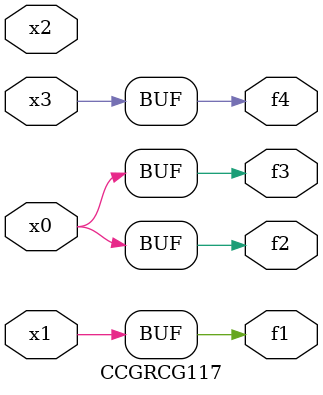
<source format=v>
module CCGRCG117(
	input x0, x1, x2, x3,
	output f1, f2, f3, f4
);
	assign f1 = x1;
	assign f2 = x0;
	assign f3 = x0;
	assign f4 = x3;
endmodule

</source>
